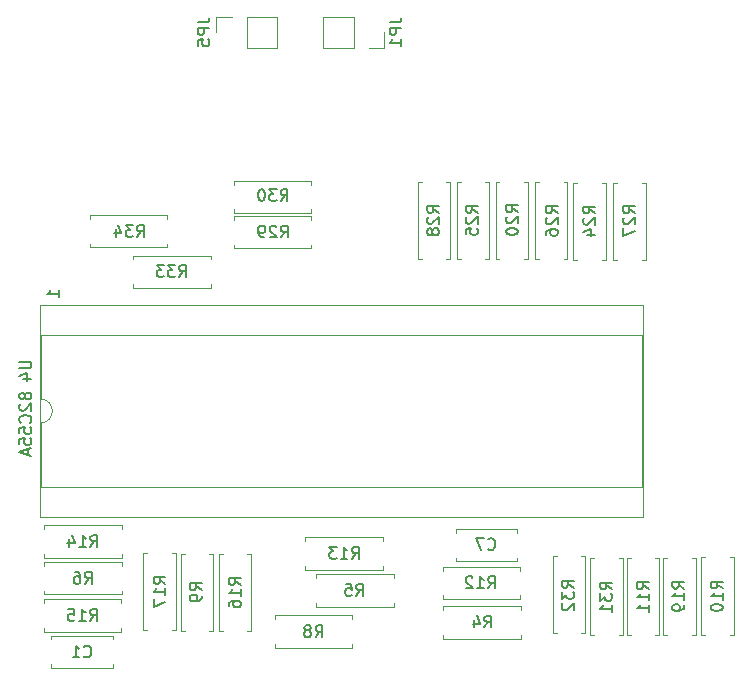
<source format=gbr>
G04 #@! TF.GenerationSoftware,KiCad,Pcbnew,(6.0.2)*
G04 #@! TF.CreationDate,2022-07-02T16:06:33-05:00*
G04 #@! TF.ProjectId,Apple2Card,4170706c-6532-4436-9172-642e6b696361,rev?*
G04 #@! TF.SameCoordinates,Original*
G04 #@! TF.FileFunction,Legend,Bot*
G04 #@! TF.FilePolarity,Positive*
%FSLAX46Y46*%
G04 Gerber Fmt 4.6, Leading zero omitted, Abs format (unit mm)*
G04 Created by KiCad (PCBNEW (6.0.2)) date 2022-07-02 16:06:33*
%MOMM*%
%LPD*%
G01*
G04 APERTURE LIST*
%ADD10C,0.150000*%
%ADD11C,0.120000*%
G04 APERTURE END LIST*
D10*
X53400952Y-59587619D02*
X53353333Y-59492380D01*
X53305714Y-59444761D01*
X53210476Y-59397142D01*
X53162857Y-59397142D01*
X53067619Y-59444761D01*
X53020000Y-59492380D01*
X52972380Y-59587619D01*
X52972380Y-59778095D01*
X53020000Y-59873333D01*
X53067619Y-59920952D01*
X53162857Y-59968571D01*
X53210476Y-59968571D01*
X53305714Y-59920952D01*
X53353333Y-59873333D01*
X53400952Y-59778095D01*
X53400952Y-59587619D01*
X53448571Y-59492380D01*
X53496190Y-59444761D01*
X53591428Y-59397142D01*
X53781904Y-59397142D01*
X53877142Y-59444761D01*
X53924761Y-59492380D01*
X53972380Y-59587619D01*
X53972380Y-59778095D01*
X53924761Y-59873333D01*
X53877142Y-59920952D01*
X53781904Y-59968571D01*
X53591428Y-59968571D01*
X53496190Y-59920952D01*
X53448571Y-59873333D01*
X53400952Y-59778095D01*
X53067619Y-60349523D02*
X53020000Y-60397142D01*
X52972380Y-60492380D01*
X52972380Y-60730476D01*
X53020000Y-60825714D01*
X53067619Y-60873333D01*
X53162857Y-60920952D01*
X53258095Y-60920952D01*
X53400952Y-60873333D01*
X53972380Y-60301904D01*
X53972380Y-60920952D01*
X53877142Y-61920952D02*
X53924761Y-61873333D01*
X53972380Y-61730476D01*
X53972380Y-61635238D01*
X53924761Y-61492380D01*
X53829523Y-61397142D01*
X53734285Y-61349523D01*
X53543809Y-61301904D01*
X53400952Y-61301904D01*
X53210476Y-61349523D01*
X53115238Y-61397142D01*
X53020000Y-61492380D01*
X52972380Y-61635238D01*
X52972380Y-61730476D01*
X53020000Y-61873333D01*
X53067619Y-61920952D01*
X52972380Y-62825714D02*
X52972380Y-62349523D01*
X53448571Y-62301904D01*
X53400952Y-62349523D01*
X53353333Y-62444761D01*
X53353333Y-62682857D01*
X53400952Y-62778095D01*
X53448571Y-62825714D01*
X53543809Y-62873333D01*
X53781904Y-62873333D01*
X53877142Y-62825714D01*
X53924761Y-62778095D01*
X53972380Y-62682857D01*
X53972380Y-62444761D01*
X53924761Y-62349523D01*
X53877142Y-62301904D01*
X52972380Y-63778095D02*
X52972380Y-63301904D01*
X53448571Y-63254285D01*
X53400952Y-63301904D01*
X53353333Y-63397142D01*
X53353333Y-63635238D01*
X53400952Y-63730476D01*
X53448571Y-63778095D01*
X53543809Y-63825714D01*
X53781904Y-63825714D01*
X53877142Y-63778095D01*
X53924761Y-63730476D01*
X53972380Y-63635238D01*
X53972380Y-63397142D01*
X53924761Y-63301904D01*
X53877142Y-63254285D01*
X53686666Y-64206666D02*
X53686666Y-64682857D01*
X53972380Y-64111428D02*
X52972380Y-64444761D01*
X53972380Y-64778095D01*
X56302380Y-51305714D02*
X56302380Y-50734285D01*
X56302380Y-51020000D02*
X55302380Y-51020000D01*
X55445238Y-50924761D01*
X55540476Y-50829523D01*
X55588095Y-50734285D01*
X68052380Y-28046666D02*
X68766666Y-28046666D01*
X68909523Y-27999047D01*
X69004761Y-27903809D01*
X69052380Y-27760952D01*
X69052380Y-27665714D01*
X69052380Y-28522857D02*
X68052380Y-28522857D01*
X68052380Y-28903809D01*
X68100000Y-28999047D01*
X68147619Y-29046666D01*
X68242857Y-29094285D01*
X68385714Y-29094285D01*
X68480952Y-29046666D01*
X68528571Y-28999047D01*
X68576190Y-28903809D01*
X68576190Y-28522857D01*
X68052380Y-29999047D02*
X68052380Y-29522857D01*
X68528571Y-29475238D01*
X68480952Y-29522857D01*
X68433333Y-29618095D01*
X68433333Y-29856190D01*
X68480952Y-29951428D01*
X68528571Y-29999047D01*
X68623809Y-30046666D01*
X68861904Y-30046666D01*
X68957142Y-29999047D01*
X69004761Y-29951428D01*
X69052380Y-29856190D01*
X69052380Y-29618095D01*
X69004761Y-29522857D01*
X68957142Y-29475238D01*
X98532380Y-44197142D02*
X98056190Y-43863809D01*
X98532380Y-43625714D02*
X97532380Y-43625714D01*
X97532380Y-44006666D01*
X97580000Y-44101904D01*
X97627619Y-44149523D01*
X97722857Y-44197142D01*
X97865714Y-44197142D01*
X97960952Y-44149523D01*
X98008571Y-44101904D01*
X98056190Y-44006666D01*
X98056190Y-43625714D01*
X97627619Y-44578095D02*
X97580000Y-44625714D01*
X97532380Y-44720952D01*
X97532380Y-44959047D01*
X97580000Y-45054285D01*
X97627619Y-45101904D01*
X97722857Y-45149523D01*
X97818095Y-45149523D01*
X97960952Y-45101904D01*
X98532380Y-44530476D01*
X98532380Y-45149523D01*
X97532380Y-46006666D02*
X97532380Y-45816190D01*
X97580000Y-45720952D01*
X97627619Y-45673333D01*
X97770476Y-45578095D01*
X97960952Y-45530476D01*
X98341904Y-45530476D01*
X98437142Y-45578095D01*
X98484761Y-45625714D01*
X98532380Y-45720952D01*
X98532380Y-45911428D01*
X98484761Y-46006666D01*
X98437142Y-46054285D01*
X98341904Y-46101904D01*
X98103809Y-46101904D01*
X98008571Y-46054285D01*
X97960952Y-46006666D01*
X97913333Y-45911428D01*
X97913333Y-45720952D01*
X97960952Y-45625714D01*
X98008571Y-45578095D01*
X98103809Y-45530476D01*
X95172380Y-44112142D02*
X94696190Y-43778809D01*
X95172380Y-43540714D02*
X94172380Y-43540714D01*
X94172380Y-43921666D01*
X94220000Y-44016904D01*
X94267619Y-44064523D01*
X94362857Y-44112142D01*
X94505714Y-44112142D01*
X94600952Y-44064523D01*
X94648571Y-44016904D01*
X94696190Y-43921666D01*
X94696190Y-43540714D01*
X94267619Y-44493095D02*
X94220000Y-44540714D01*
X94172380Y-44635952D01*
X94172380Y-44874047D01*
X94220000Y-44969285D01*
X94267619Y-45016904D01*
X94362857Y-45064523D01*
X94458095Y-45064523D01*
X94600952Y-45016904D01*
X95172380Y-44445476D01*
X95172380Y-45064523D01*
X94172380Y-45683571D02*
X94172380Y-45778809D01*
X94220000Y-45874047D01*
X94267619Y-45921666D01*
X94362857Y-45969285D01*
X94553333Y-46016904D01*
X94791428Y-46016904D01*
X94981904Y-45969285D01*
X95077142Y-45921666D01*
X95124761Y-45874047D01*
X95172380Y-45778809D01*
X95172380Y-45683571D01*
X95124761Y-45588333D01*
X95077142Y-45540714D01*
X94981904Y-45493095D01*
X94791428Y-45445476D01*
X94553333Y-45445476D01*
X94362857Y-45493095D01*
X94267619Y-45540714D01*
X94220000Y-45588333D01*
X94172380Y-45683571D01*
X68392380Y-76113333D02*
X67916190Y-75780000D01*
X68392380Y-75541904D02*
X67392380Y-75541904D01*
X67392380Y-75922857D01*
X67440000Y-76018095D01*
X67487619Y-76065714D01*
X67582857Y-76113333D01*
X67725714Y-76113333D01*
X67820952Y-76065714D01*
X67868571Y-76018095D01*
X67916190Y-75922857D01*
X67916190Y-75541904D01*
X68392380Y-76589523D02*
X68392380Y-76780000D01*
X68344761Y-76875238D01*
X68297142Y-76922857D01*
X68154285Y-77018095D01*
X67963809Y-77065714D01*
X67582857Y-77065714D01*
X67487619Y-77018095D01*
X67440000Y-76970476D01*
X67392380Y-76875238D01*
X67392380Y-76684761D01*
X67440000Y-76589523D01*
X67487619Y-76541904D01*
X67582857Y-76494285D01*
X67820952Y-76494285D01*
X67916190Y-76541904D01*
X67963809Y-76589523D01*
X68011428Y-76684761D01*
X68011428Y-76875238D01*
X67963809Y-76970476D01*
X67916190Y-77018095D01*
X67820952Y-77065714D01*
X92336666Y-79272380D02*
X92670000Y-78796190D01*
X92908095Y-79272380D02*
X92908095Y-78272380D01*
X92527142Y-78272380D01*
X92431904Y-78320000D01*
X92384285Y-78367619D01*
X92336666Y-78462857D01*
X92336666Y-78605714D01*
X92384285Y-78700952D01*
X92431904Y-78748571D01*
X92527142Y-78796190D01*
X92908095Y-78796190D01*
X91479523Y-78605714D02*
X91479523Y-79272380D01*
X91717619Y-78224761D02*
X91955714Y-78939047D01*
X91336666Y-78939047D01*
X84312380Y-28046666D02*
X85026666Y-28046666D01*
X85169523Y-27999047D01*
X85264761Y-27903809D01*
X85312380Y-27760952D01*
X85312380Y-27665714D01*
X85312380Y-28522857D02*
X84312380Y-28522857D01*
X84312380Y-28903809D01*
X84360000Y-28999047D01*
X84407619Y-29046666D01*
X84502857Y-29094285D01*
X84645714Y-29094285D01*
X84740952Y-29046666D01*
X84788571Y-28999047D01*
X84836190Y-28903809D01*
X84836190Y-28522857D01*
X85312380Y-30046666D02*
X85312380Y-29475238D01*
X85312380Y-29760952D02*
X84312380Y-29760952D01*
X84455238Y-29665714D01*
X84550476Y-29570476D01*
X84598095Y-29475238D01*
X112512380Y-75967142D02*
X112036190Y-75633809D01*
X112512380Y-75395714D02*
X111512380Y-75395714D01*
X111512380Y-75776666D01*
X111560000Y-75871904D01*
X111607619Y-75919523D01*
X111702857Y-75967142D01*
X111845714Y-75967142D01*
X111940952Y-75919523D01*
X111988571Y-75871904D01*
X112036190Y-75776666D01*
X112036190Y-75395714D01*
X112512380Y-76919523D02*
X112512380Y-76348095D01*
X112512380Y-76633809D02*
X111512380Y-76633809D01*
X111655238Y-76538571D01*
X111750476Y-76443333D01*
X111798095Y-76348095D01*
X111512380Y-77538571D02*
X111512380Y-77633809D01*
X111560000Y-77729047D01*
X111607619Y-77776666D01*
X111702857Y-77824285D01*
X111893333Y-77871904D01*
X112131428Y-77871904D01*
X112321904Y-77824285D01*
X112417142Y-77776666D01*
X112464761Y-77729047D01*
X112512380Y-77633809D01*
X112512380Y-77538571D01*
X112464761Y-77443333D01*
X112417142Y-77395714D01*
X112321904Y-77348095D01*
X112131428Y-77300476D01*
X111893333Y-77300476D01*
X111702857Y-77348095D01*
X111607619Y-77395714D01*
X111560000Y-77443333D01*
X111512380Y-77538571D01*
X109252380Y-75977142D02*
X108776190Y-75643809D01*
X109252380Y-75405714D02*
X108252380Y-75405714D01*
X108252380Y-75786666D01*
X108300000Y-75881904D01*
X108347619Y-75929523D01*
X108442857Y-75977142D01*
X108585714Y-75977142D01*
X108680952Y-75929523D01*
X108728571Y-75881904D01*
X108776190Y-75786666D01*
X108776190Y-75405714D01*
X109252380Y-76929523D02*
X109252380Y-76358095D01*
X109252380Y-76643809D02*
X108252380Y-76643809D01*
X108395238Y-76548571D01*
X108490476Y-76453333D01*
X108538095Y-76358095D01*
X109252380Y-77405714D02*
X109252380Y-77596190D01*
X109204761Y-77691428D01*
X109157142Y-77739047D01*
X109014285Y-77834285D01*
X108823809Y-77881904D01*
X108442857Y-77881904D01*
X108347619Y-77834285D01*
X108300000Y-77786666D01*
X108252380Y-77691428D01*
X108252380Y-77500952D01*
X108300000Y-77405714D01*
X108347619Y-77358095D01*
X108442857Y-77310476D01*
X108680952Y-77310476D01*
X108776190Y-77358095D01*
X108823809Y-77405714D01*
X108871428Y-77500952D01*
X108871428Y-77691428D01*
X108823809Y-77786666D01*
X108776190Y-77834285D01*
X108680952Y-77881904D01*
X88497380Y-44152142D02*
X88021190Y-43818809D01*
X88497380Y-43580714D02*
X87497380Y-43580714D01*
X87497380Y-43961666D01*
X87545000Y-44056904D01*
X87592619Y-44104523D01*
X87687857Y-44152142D01*
X87830714Y-44152142D01*
X87925952Y-44104523D01*
X87973571Y-44056904D01*
X88021190Y-43961666D01*
X88021190Y-43580714D01*
X87592619Y-44533095D02*
X87545000Y-44580714D01*
X87497380Y-44675952D01*
X87497380Y-44914047D01*
X87545000Y-45009285D01*
X87592619Y-45056904D01*
X87687857Y-45104523D01*
X87783095Y-45104523D01*
X87925952Y-45056904D01*
X88497380Y-44485476D01*
X88497380Y-45104523D01*
X87925952Y-45675952D02*
X87878333Y-45580714D01*
X87830714Y-45533095D01*
X87735476Y-45485476D01*
X87687857Y-45485476D01*
X87592619Y-45533095D01*
X87545000Y-45580714D01*
X87497380Y-45675952D01*
X87497380Y-45866428D01*
X87545000Y-45961666D01*
X87592619Y-46009285D01*
X87687857Y-46056904D01*
X87735476Y-46056904D01*
X87830714Y-46009285D01*
X87878333Y-45961666D01*
X87925952Y-45866428D01*
X87925952Y-45675952D01*
X87973571Y-45580714D01*
X88021190Y-45533095D01*
X88116428Y-45485476D01*
X88306904Y-45485476D01*
X88402142Y-45533095D01*
X88449761Y-45580714D01*
X88497380Y-45675952D01*
X88497380Y-45866428D01*
X88449761Y-45961666D01*
X88402142Y-46009285D01*
X88306904Y-46056904D01*
X88116428Y-46056904D01*
X88021190Y-46009285D01*
X87973571Y-45961666D01*
X87925952Y-45866428D01*
X71697380Y-75657142D02*
X71221190Y-75323809D01*
X71697380Y-75085714D02*
X70697380Y-75085714D01*
X70697380Y-75466666D01*
X70745000Y-75561904D01*
X70792619Y-75609523D01*
X70887857Y-75657142D01*
X71030714Y-75657142D01*
X71125952Y-75609523D01*
X71173571Y-75561904D01*
X71221190Y-75466666D01*
X71221190Y-75085714D01*
X71697380Y-76609523D02*
X71697380Y-76038095D01*
X71697380Y-76323809D02*
X70697380Y-76323809D01*
X70840238Y-76228571D01*
X70935476Y-76133333D01*
X70983095Y-76038095D01*
X70697380Y-77466666D02*
X70697380Y-77276190D01*
X70745000Y-77180952D01*
X70792619Y-77133333D01*
X70935476Y-77038095D01*
X71125952Y-76990476D01*
X71506904Y-76990476D01*
X71602142Y-77038095D01*
X71649761Y-77085714D01*
X71697380Y-77180952D01*
X71697380Y-77371428D01*
X71649761Y-77466666D01*
X71602142Y-77514285D01*
X71506904Y-77561904D01*
X71268809Y-77561904D01*
X71173571Y-77514285D01*
X71125952Y-77466666D01*
X71078333Y-77371428D01*
X71078333Y-77180952D01*
X71125952Y-77085714D01*
X71173571Y-77038095D01*
X71268809Y-76990476D01*
X105067380Y-44197142D02*
X104591190Y-43863809D01*
X105067380Y-43625714D02*
X104067380Y-43625714D01*
X104067380Y-44006666D01*
X104115000Y-44101904D01*
X104162619Y-44149523D01*
X104257857Y-44197142D01*
X104400714Y-44197142D01*
X104495952Y-44149523D01*
X104543571Y-44101904D01*
X104591190Y-44006666D01*
X104591190Y-43625714D01*
X104162619Y-44578095D02*
X104115000Y-44625714D01*
X104067380Y-44720952D01*
X104067380Y-44959047D01*
X104115000Y-45054285D01*
X104162619Y-45101904D01*
X104257857Y-45149523D01*
X104353095Y-45149523D01*
X104495952Y-45101904D01*
X105067380Y-44530476D01*
X105067380Y-45149523D01*
X104067380Y-45482857D02*
X104067380Y-46149523D01*
X105067380Y-45720952D01*
X99892380Y-75897142D02*
X99416190Y-75563809D01*
X99892380Y-75325714D02*
X98892380Y-75325714D01*
X98892380Y-75706666D01*
X98940000Y-75801904D01*
X98987619Y-75849523D01*
X99082857Y-75897142D01*
X99225714Y-75897142D01*
X99320952Y-75849523D01*
X99368571Y-75801904D01*
X99416190Y-75706666D01*
X99416190Y-75325714D01*
X98892380Y-76230476D02*
X98892380Y-76849523D01*
X99273333Y-76516190D01*
X99273333Y-76659047D01*
X99320952Y-76754285D01*
X99368571Y-76801904D01*
X99463809Y-76849523D01*
X99701904Y-76849523D01*
X99797142Y-76801904D01*
X99844761Y-76754285D01*
X99892380Y-76659047D01*
X99892380Y-76373333D01*
X99844761Y-76278095D01*
X99797142Y-76230476D01*
X98987619Y-77230476D02*
X98940000Y-77278095D01*
X98892380Y-77373333D01*
X98892380Y-77611428D01*
X98940000Y-77706666D01*
X98987619Y-77754285D01*
X99082857Y-77801904D01*
X99178095Y-77801904D01*
X99320952Y-77754285D01*
X99892380Y-77182857D01*
X99892380Y-77801904D01*
X62912857Y-46202380D02*
X63246190Y-45726190D01*
X63484285Y-46202380D02*
X63484285Y-45202380D01*
X63103333Y-45202380D01*
X63008095Y-45250000D01*
X62960476Y-45297619D01*
X62912857Y-45392857D01*
X62912857Y-45535714D01*
X62960476Y-45630952D01*
X63008095Y-45678571D01*
X63103333Y-45726190D01*
X63484285Y-45726190D01*
X62579523Y-45202380D02*
X61960476Y-45202380D01*
X62293809Y-45583333D01*
X62150952Y-45583333D01*
X62055714Y-45630952D01*
X62008095Y-45678571D01*
X61960476Y-45773809D01*
X61960476Y-46011904D01*
X62008095Y-46107142D01*
X62055714Y-46154761D01*
X62150952Y-46202380D01*
X62436666Y-46202380D01*
X62531904Y-46154761D01*
X62579523Y-46107142D01*
X61103333Y-45535714D02*
X61103333Y-46202380D01*
X61341428Y-45154761D02*
X61579523Y-45869047D01*
X60960476Y-45869047D01*
X58416666Y-81707142D02*
X58464285Y-81754761D01*
X58607142Y-81802380D01*
X58702380Y-81802380D01*
X58845238Y-81754761D01*
X58940476Y-81659523D01*
X58988095Y-81564285D01*
X59035714Y-81373809D01*
X59035714Y-81230952D01*
X58988095Y-81040476D01*
X58940476Y-80945238D01*
X58845238Y-80850000D01*
X58702380Y-80802380D01*
X58607142Y-80802380D01*
X58464285Y-80850000D01*
X58416666Y-80897619D01*
X57464285Y-81802380D02*
X58035714Y-81802380D01*
X57750000Y-81802380D02*
X57750000Y-80802380D01*
X57845238Y-80945238D01*
X57940476Y-81040476D01*
X58035714Y-81088095D01*
X106242380Y-76027142D02*
X105766190Y-75693809D01*
X106242380Y-75455714D02*
X105242380Y-75455714D01*
X105242380Y-75836666D01*
X105290000Y-75931904D01*
X105337619Y-75979523D01*
X105432857Y-76027142D01*
X105575714Y-76027142D01*
X105670952Y-75979523D01*
X105718571Y-75931904D01*
X105766190Y-75836666D01*
X105766190Y-75455714D01*
X106242380Y-76979523D02*
X106242380Y-76408095D01*
X106242380Y-76693809D02*
X105242380Y-76693809D01*
X105385238Y-76598571D01*
X105480476Y-76503333D01*
X105528095Y-76408095D01*
X106242380Y-77931904D02*
X106242380Y-77360476D01*
X106242380Y-77646190D02*
X105242380Y-77646190D01*
X105385238Y-77550952D01*
X105480476Y-77455714D01*
X105528095Y-77360476D01*
X66492857Y-49602380D02*
X66826190Y-49126190D01*
X67064285Y-49602380D02*
X67064285Y-48602380D01*
X66683333Y-48602380D01*
X66588095Y-48650000D01*
X66540476Y-48697619D01*
X66492857Y-48792857D01*
X66492857Y-48935714D01*
X66540476Y-49030952D01*
X66588095Y-49078571D01*
X66683333Y-49126190D01*
X67064285Y-49126190D01*
X66159523Y-48602380D02*
X65540476Y-48602380D01*
X65873809Y-48983333D01*
X65730952Y-48983333D01*
X65635714Y-49030952D01*
X65588095Y-49078571D01*
X65540476Y-49173809D01*
X65540476Y-49411904D01*
X65588095Y-49507142D01*
X65635714Y-49554761D01*
X65730952Y-49602380D01*
X66016666Y-49602380D01*
X66111904Y-49554761D01*
X66159523Y-49507142D01*
X65207142Y-48602380D02*
X64588095Y-48602380D01*
X64921428Y-48983333D01*
X64778571Y-48983333D01*
X64683333Y-49030952D01*
X64635714Y-49078571D01*
X64588095Y-49173809D01*
X64588095Y-49411904D01*
X64635714Y-49507142D01*
X64683333Y-49554761D01*
X64778571Y-49602380D01*
X65064285Y-49602380D01*
X65159523Y-49554761D01*
X65207142Y-49507142D01*
X78036666Y-80092380D02*
X78370000Y-79616190D01*
X78608095Y-80092380D02*
X78608095Y-79092380D01*
X78227142Y-79092380D01*
X78131904Y-79140000D01*
X78084285Y-79187619D01*
X78036666Y-79282857D01*
X78036666Y-79425714D01*
X78084285Y-79520952D01*
X78131904Y-79568571D01*
X78227142Y-79616190D01*
X78608095Y-79616190D01*
X77465238Y-79520952D02*
X77560476Y-79473333D01*
X77608095Y-79425714D01*
X77655714Y-79330476D01*
X77655714Y-79282857D01*
X77608095Y-79187619D01*
X77560476Y-79140000D01*
X77465238Y-79092380D01*
X77274761Y-79092380D01*
X77179523Y-79140000D01*
X77131904Y-79187619D01*
X77084285Y-79282857D01*
X77084285Y-79330476D01*
X77131904Y-79425714D01*
X77179523Y-79473333D01*
X77274761Y-79520952D01*
X77465238Y-79520952D01*
X77560476Y-79568571D01*
X77608095Y-79616190D01*
X77655714Y-79711428D01*
X77655714Y-79901904D01*
X77608095Y-79997142D01*
X77560476Y-80044761D01*
X77465238Y-80092380D01*
X77274761Y-80092380D01*
X77179523Y-80044761D01*
X77131904Y-79997142D01*
X77084285Y-79901904D01*
X77084285Y-79711428D01*
X77131904Y-79616190D01*
X77179523Y-79568571D01*
X77274761Y-79520952D01*
X58506666Y-75562380D02*
X58840000Y-75086190D01*
X59078095Y-75562380D02*
X59078095Y-74562380D01*
X58697142Y-74562380D01*
X58601904Y-74610000D01*
X58554285Y-74657619D01*
X58506666Y-74752857D01*
X58506666Y-74895714D01*
X58554285Y-74990952D01*
X58601904Y-75038571D01*
X58697142Y-75086190D01*
X59078095Y-75086190D01*
X57649523Y-74562380D02*
X57840000Y-74562380D01*
X57935238Y-74610000D01*
X57982857Y-74657619D01*
X58078095Y-74800476D01*
X58125714Y-74990952D01*
X58125714Y-75371904D01*
X58078095Y-75467142D01*
X58030476Y-75514761D01*
X57935238Y-75562380D01*
X57744761Y-75562380D01*
X57649523Y-75514761D01*
X57601904Y-75467142D01*
X57554285Y-75371904D01*
X57554285Y-75133809D01*
X57601904Y-75038571D01*
X57649523Y-74990952D01*
X57744761Y-74943333D01*
X57935238Y-74943333D01*
X58030476Y-74990952D01*
X58078095Y-75038571D01*
X58125714Y-75133809D01*
X52963380Y-56757095D02*
X53772904Y-56757095D01*
X53868142Y-56804714D01*
X53915761Y-56852333D01*
X53963380Y-56947571D01*
X53963380Y-57138047D01*
X53915761Y-57233285D01*
X53868142Y-57280904D01*
X53772904Y-57328523D01*
X52963380Y-57328523D01*
X53296714Y-58233285D02*
X53963380Y-58233285D01*
X52915761Y-57995190D02*
X53630047Y-57757095D01*
X53630047Y-58376142D01*
X58952857Y-78712380D02*
X59286190Y-78236190D01*
X59524285Y-78712380D02*
X59524285Y-77712380D01*
X59143333Y-77712380D01*
X59048095Y-77760000D01*
X59000476Y-77807619D01*
X58952857Y-77902857D01*
X58952857Y-78045714D01*
X59000476Y-78140952D01*
X59048095Y-78188571D01*
X59143333Y-78236190D01*
X59524285Y-78236190D01*
X58000476Y-78712380D02*
X58571904Y-78712380D01*
X58286190Y-78712380D02*
X58286190Y-77712380D01*
X58381428Y-77855238D01*
X58476666Y-77950476D01*
X58571904Y-77998095D01*
X57095714Y-77712380D02*
X57571904Y-77712380D01*
X57619523Y-78188571D01*
X57571904Y-78140952D01*
X57476666Y-78093333D01*
X57238571Y-78093333D01*
X57143333Y-78140952D01*
X57095714Y-78188571D01*
X57048095Y-78283809D01*
X57048095Y-78521904D01*
X57095714Y-78617142D01*
X57143333Y-78664761D01*
X57238571Y-78712380D01*
X57476666Y-78712380D01*
X57571904Y-78664761D01*
X57619523Y-78617142D01*
X81506666Y-76582380D02*
X81840000Y-76106190D01*
X82078095Y-76582380D02*
X82078095Y-75582380D01*
X81697142Y-75582380D01*
X81601904Y-75630000D01*
X81554285Y-75677619D01*
X81506666Y-75772857D01*
X81506666Y-75915714D01*
X81554285Y-76010952D01*
X81601904Y-76058571D01*
X81697142Y-76106190D01*
X82078095Y-76106190D01*
X80601904Y-75582380D02*
X81078095Y-75582380D01*
X81125714Y-76058571D01*
X81078095Y-76010952D01*
X80982857Y-75963333D01*
X80744761Y-75963333D01*
X80649523Y-76010952D01*
X80601904Y-76058571D01*
X80554285Y-76153809D01*
X80554285Y-76391904D01*
X80601904Y-76487142D01*
X80649523Y-76534761D01*
X80744761Y-76582380D01*
X80982857Y-76582380D01*
X81078095Y-76534761D01*
X81125714Y-76487142D01*
X65332380Y-75577142D02*
X64856190Y-75243809D01*
X65332380Y-75005714D02*
X64332380Y-75005714D01*
X64332380Y-75386666D01*
X64380000Y-75481904D01*
X64427619Y-75529523D01*
X64522857Y-75577142D01*
X64665714Y-75577142D01*
X64760952Y-75529523D01*
X64808571Y-75481904D01*
X64856190Y-75386666D01*
X64856190Y-75005714D01*
X65332380Y-76529523D02*
X65332380Y-75958095D01*
X65332380Y-76243809D02*
X64332380Y-76243809D01*
X64475238Y-76148571D01*
X64570476Y-76053333D01*
X64618095Y-75958095D01*
X64332380Y-76862857D02*
X64332380Y-77529523D01*
X65332380Y-77100952D01*
X81122857Y-73452380D02*
X81456190Y-72976190D01*
X81694285Y-73452380D02*
X81694285Y-72452380D01*
X81313333Y-72452380D01*
X81218095Y-72500000D01*
X81170476Y-72547619D01*
X81122857Y-72642857D01*
X81122857Y-72785714D01*
X81170476Y-72880952D01*
X81218095Y-72928571D01*
X81313333Y-72976190D01*
X81694285Y-72976190D01*
X80170476Y-73452380D02*
X80741904Y-73452380D01*
X80456190Y-73452380D02*
X80456190Y-72452380D01*
X80551428Y-72595238D01*
X80646666Y-72690476D01*
X80741904Y-72738095D01*
X79837142Y-72452380D02*
X79218095Y-72452380D01*
X79551428Y-72833333D01*
X79408571Y-72833333D01*
X79313333Y-72880952D01*
X79265714Y-72928571D01*
X79218095Y-73023809D01*
X79218095Y-73261904D01*
X79265714Y-73357142D01*
X79313333Y-73404761D01*
X79408571Y-73452380D01*
X79694285Y-73452380D01*
X79789523Y-73404761D01*
X79837142Y-73357142D01*
X58982857Y-72462380D02*
X59316190Y-71986190D01*
X59554285Y-72462380D02*
X59554285Y-71462380D01*
X59173333Y-71462380D01*
X59078095Y-71510000D01*
X59030476Y-71557619D01*
X58982857Y-71652857D01*
X58982857Y-71795714D01*
X59030476Y-71890952D01*
X59078095Y-71938571D01*
X59173333Y-71986190D01*
X59554285Y-71986190D01*
X58030476Y-72462380D02*
X58601904Y-72462380D01*
X58316190Y-72462380D02*
X58316190Y-71462380D01*
X58411428Y-71605238D01*
X58506666Y-71700476D01*
X58601904Y-71748095D01*
X57173333Y-71795714D02*
X57173333Y-72462380D01*
X57411428Y-71414761D02*
X57649523Y-72129047D01*
X57030476Y-72129047D01*
X75102857Y-46252380D02*
X75436190Y-45776190D01*
X75674285Y-46252380D02*
X75674285Y-45252380D01*
X75293333Y-45252380D01*
X75198095Y-45300000D01*
X75150476Y-45347619D01*
X75102857Y-45442857D01*
X75102857Y-45585714D01*
X75150476Y-45680952D01*
X75198095Y-45728571D01*
X75293333Y-45776190D01*
X75674285Y-45776190D01*
X74721904Y-45347619D02*
X74674285Y-45300000D01*
X74579047Y-45252380D01*
X74340952Y-45252380D01*
X74245714Y-45300000D01*
X74198095Y-45347619D01*
X74150476Y-45442857D01*
X74150476Y-45538095D01*
X74198095Y-45680952D01*
X74769523Y-46252380D01*
X74150476Y-46252380D01*
X73674285Y-46252380D02*
X73483809Y-46252380D01*
X73388571Y-46204761D01*
X73340952Y-46157142D01*
X73245714Y-46014285D01*
X73198095Y-45823809D01*
X73198095Y-45442857D01*
X73245714Y-45347619D01*
X73293333Y-45300000D01*
X73388571Y-45252380D01*
X73579047Y-45252380D01*
X73674285Y-45300000D01*
X73721904Y-45347619D01*
X73769523Y-45442857D01*
X73769523Y-45680952D01*
X73721904Y-45776190D01*
X73674285Y-45823809D01*
X73579047Y-45871428D01*
X73388571Y-45871428D01*
X73293333Y-45823809D01*
X73245714Y-45776190D01*
X73198095Y-45680952D01*
X92642857Y-75952380D02*
X92976190Y-75476190D01*
X93214285Y-75952380D02*
X93214285Y-74952380D01*
X92833333Y-74952380D01*
X92738095Y-75000000D01*
X92690476Y-75047619D01*
X92642857Y-75142857D01*
X92642857Y-75285714D01*
X92690476Y-75380952D01*
X92738095Y-75428571D01*
X92833333Y-75476190D01*
X93214285Y-75476190D01*
X91690476Y-75952380D02*
X92261904Y-75952380D01*
X91976190Y-75952380D02*
X91976190Y-74952380D01*
X92071428Y-75095238D01*
X92166666Y-75190476D01*
X92261904Y-75238095D01*
X91309523Y-75047619D02*
X91261904Y-75000000D01*
X91166666Y-74952380D01*
X90928571Y-74952380D01*
X90833333Y-75000000D01*
X90785714Y-75047619D01*
X90738095Y-75142857D01*
X90738095Y-75238095D01*
X90785714Y-75380952D01*
X91357142Y-75952380D01*
X90738095Y-75952380D01*
X91767380Y-44142142D02*
X91291190Y-43808809D01*
X91767380Y-43570714D02*
X90767380Y-43570714D01*
X90767380Y-43951666D01*
X90815000Y-44046904D01*
X90862619Y-44094523D01*
X90957857Y-44142142D01*
X91100714Y-44142142D01*
X91195952Y-44094523D01*
X91243571Y-44046904D01*
X91291190Y-43951666D01*
X91291190Y-43570714D01*
X90862619Y-44523095D02*
X90815000Y-44570714D01*
X90767380Y-44665952D01*
X90767380Y-44904047D01*
X90815000Y-44999285D01*
X90862619Y-45046904D01*
X90957857Y-45094523D01*
X91053095Y-45094523D01*
X91195952Y-45046904D01*
X91767380Y-44475476D01*
X91767380Y-45094523D01*
X90767380Y-45999285D02*
X90767380Y-45523095D01*
X91243571Y-45475476D01*
X91195952Y-45523095D01*
X91148333Y-45618333D01*
X91148333Y-45856428D01*
X91195952Y-45951666D01*
X91243571Y-45999285D01*
X91338809Y-46046904D01*
X91576904Y-46046904D01*
X91672142Y-45999285D01*
X91719761Y-45951666D01*
X91767380Y-45856428D01*
X91767380Y-45618333D01*
X91719761Y-45523095D01*
X91672142Y-45475476D01*
X101707380Y-44212142D02*
X101231190Y-43878809D01*
X101707380Y-43640714D02*
X100707380Y-43640714D01*
X100707380Y-44021666D01*
X100755000Y-44116904D01*
X100802619Y-44164523D01*
X100897857Y-44212142D01*
X101040714Y-44212142D01*
X101135952Y-44164523D01*
X101183571Y-44116904D01*
X101231190Y-44021666D01*
X101231190Y-43640714D01*
X100802619Y-44593095D02*
X100755000Y-44640714D01*
X100707380Y-44735952D01*
X100707380Y-44974047D01*
X100755000Y-45069285D01*
X100802619Y-45116904D01*
X100897857Y-45164523D01*
X100993095Y-45164523D01*
X101135952Y-45116904D01*
X101707380Y-44545476D01*
X101707380Y-45164523D01*
X101040714Y-46021666D02*
X101707380Y-46021666D01*
X100659761Y-45783571D02*
X101374047Y-45545476D01*
X101374047Y-46164523D01*
X75082857Y-43162380D02*
X75416190Y-42686190D01*
X75654285Y-43162380D02*
X75654285Y-42162380D01*
X75273333Y-42162380D01*
X75178095Y-42210000D01*
X75130476Y-42257619D01*
X75082857Y-42352857D01*
X75082857Y-42495714D01*
X75130476Y-42590952D01*
X75178095Y-42638571D01*
X75273333Y-42686190D01*
X75654285Y-42686190D01*
X74749523Y-42162380D02*
X74130476Y-42162380D01*
X74463809Y-42543333D01*
X74320952Y-42543333D01*
X74225714Y-42590952D01*
X74178095Y-42638571D01*
X74130476Y-42733809D01*
X74130476Y-42971904D01*
X74178095Y-43067142D01*
X74225714Y-43114761D01*
X74320952Y-43162380D01*
X74606666Y-43162380D01*
X74701904Y-43114761D01*
X74749523Y-43067142D01*
X73511428Y-42162380D02*
X73416190Y-42162380D01*
X73320952Y-42210000D01*
X73273333Y-42257619D01*
X73225714Y-42352857D01*
X73178095Y-42543333D01*
X73178095Y-42781428D01*
X73225714Y-42971904D01*
X73273333Y-43067142D01*
X73320952Y-43114761D01*
X73416190Y-43162380D01*
X73511428Y-43162380D01*
X73606666Y-43114761D01*
X73654285Y-43067142D01*
X73701904Y-42971904D01*
X73749523Y-42781428D01*
X73749523Y-42543333D01*
X73701904Y-42352857D01*
X73654285Y-42257619D01*
X73606666Y-42210000D01*
X73511428Y-42162380D01*
X92636666Y-72627142D02*
X92684285Y-72674761D01*
X92827142Y-72722380D01*
X92922380Y-72722380D01*
X93065238Y-72674761D01*
X93160476Y-72579523D01*
X93208095Y-72484285D01*
X93255714Y-72293809D01*
X93255714Y-72150952D01*
X93208095Y-71960476D01*
X93160476Y-71865238D01*
X93065238Y-71770000D01*
X92922380Y-71722380D01*
X92827142Y-71722380D01*
X92684285Y-71770000D01*
X92636666Y-71817619D01*
X92303333Y-71722380D02*
X91636666Y-71722380D01*
X92065238Y-72722380D01*
X103132380Y-76047142D02*
X102656190Y-75713809D01*
X103132380Y-75475714D02*
X102132380Y-75475714D01*
X102132380Y-75856666D01*
X102180000Y-75951904D01*
X102227619Y-75999523D01*
X102322857Y-76047142D01*
X102465714Y-76047142D01*
X102560952Y-75999523D01*
X102608571Y-75951904D01*
X102656190Y-75856666D01*
X102656190Y-75475714D01*
X102132380Y-76380476D02*
X102132380Y-76999523D01*
X102513333Y-76666190D01*
X102513333Y-76809047D01*
X102560952Y-76904285D01*
X102608571Y-76951904D01*
X102703809Y-76999523D01*
X102941904Y-76999523D01*
X103037142Y-76951904D01*
X103084761Y-76904285D01*
X103132380Y-76809047D01*
X103132380Y-76523333D01*
X103084761Y-76428095D01*
X103037142Y-76380476D01*
X103132380Y-77951904D02*
X103132380Y-77380476D01*
X103132380Y-77666190D02*
X102132380Y-77666190D01*
X102275238Y-77570952D01*
X102370476Y-77475714D01*
X102418095Y-77380476D01*
D11*
X72200000Y-27550000D02*
X72200000Y-30210000D01*
X74800000Y-27550000D02*
X74800000Y-30210000D01*
X72200000Y-27550000D02*
X74800000Y-27550000D01*
X72200000Y-30210000D02*
X74800000Y-30210000D01*
X70930000Y-27550000D02*
X69600000Y-27550000D01*
X69600000Y-27550000D02*
X69600000Y-28880000D01*
X96960000Y-48110000D02*
X96630000Y-48110000D01*
X99370000Y-41570000D02*
X99040000Y-41570000D01*
X96630000Y-48110000D02*
X96630000Y-41570000D01*
X96630000Y-41570000D02*
X96960000Y-41570000D01*
X99370000Y-48110000D02*
X99370000Y-41570000D01*
X99040000Y-48110000D02*
X99370000Y-48110000D01*
X93280000Y-48085000D02*
X93280000Y-41545000D01*
X95690000Y-48085000D02*
X96020000Y-48085000D01*
X93280000Y-41545000D02*
X93610000Y-41545000D01*
X96020000Y-48085000D02*
X96020000Y-41545000D01*
X93610000Y-48085000D02*
X93280000Y-48085000D01*
X96020000Y-41545000D02*
X95690000Y-41545000D01*
X66630000Y-73040000D02*
X66960000Y-73040000D01*
X69040000Y-79580000D02*
X69370000Y-79580000D01*
X69370000Y-79580000D02*
X69370000Y-73040000D01*
X66630000Y-79580000D02*
X66630000Y-73040000D01*
X66960000Y-79580000D02*
X66630000Y-79580000D01*
X69370000Y-73040000D02*
X69040000Y-73040000D01*
X95400000Y-79900000D02*
X95400000Y-80230000D01*
X95400000Y-77490000D02*
X88860000Y-77490000D01*
X88860000Y-77490000D02*
X88860000Y-77820000D01*
X95400000Y-77820000D02*
X95400000Y-77490000D01*
X88860000Y-80230000D02*
X88860000Y-79900000D01*
X95400000Y-80230000D02*
X88860000Y-80230000D01*
X81260000Y-30210000D02*
X78660000Y-30210000D01*
X83860000Y-30210000D02*
X83860000Y-28880000D01*
X81260000Y-27550000D02*
X78660000Y-27550000D01*
X82530000Y-30210000D02*
X83860000Y-30210000D01*
X78660000Y-30210000D02*
X78660000Y-27550000D01*
X81260000Y-30210000D02*
X81260000Y-27550000D01*
X113440000Y-79870000D02*
X113440000Y-73330000D01*
X110700000Y-79870000D02*
X110700000Y-73330000D01*
X111030000Y-79870000D02*
X110700000Y-79870000D01*
X113110000Y-79870000D02*
X113440000Y-79870000D01*
X113440000Y-73330000D02*
X113110000Y-73330000D01*
X110700000Y-73330000D02*
X111030000Y-73330000D01*
X110230000Y-79890000D02*
X110230000Y-73350000D01*
X109900000Y-79890000D02*
X110230000Y-79890000D01*
X107820000Y-79890000D02*
X107490000Y-79890000D01*
X110230000Y-73350000D02*
X109900000Y-73350000D01*
X107490000Y-79890000D02*
X107490000Y-73350000D01*
X107490000Y-73350000D02*
X107820000Y-73350000D01*
X89445000Y-48095000D02*
X89445000Y-41555000D01*
X89445000Y-41555000D02*
X89115000Y-41555000D01*
X86705000Y-41555000D02*
X87035000Y-41555000D01*
X86705000Y-48095000D02*
X86705000Y-41555000D01*
X87035000Y-48095000D02*
X86705000Y-48095000D01*
X89115000Y-48095000D02*
X89445000Y-48095000D01*
X72595000Y-79580000D02*
X72595000Y-73040000D01*
X72265000Y-79580000D02*
X72595000Y-79580000D01*
X72595000Y-73040000D02*
X72265000Y-73040000D01*
X69855000Y-79580000D02*
X69855000Y-73040000D01*
X69855000Y-73040000D02*
X70185000Y-73040000D01*
X70185000Y-79580000D02*
X69855000Y-79580000D01*
X103255000Y-41620000D02*
X103585000Y-41620000D01*
X105995000Y-41620000D02*
X105665000Y-41620000D01*
X103585000Y-48160000D02*
X103255000Y-48160000D01*
X103255000Y-48160000D02*
X103255000Y-41620000D01*
X105665000Y-48160000D02*
X105995000Y-48160000D01*
X105995000Y-48160000D02*
X105995000Y-41620000D01*
X98460000Y-73210000D02*
X98130000Y-73210000D01*
X100540000Y-73210000D02*
X100870000Y-73210000D01*
X100870000Y-73210000D02*
X100870000Y-79750000D01*
X98130000Y-73210000D02*
X98130000Y-79750000D01*
X100870000Y-79750000D02*
X100540000Y-79750000D01*
X98130000Y-79750000D02*
X98460000Y-79750000D01*
X65490000Y-47100000D02*
X65490000Y-46770000D01*
X58950000Y-46770000D02*
X58950000Y-47100000D01*
X58950000Y-44690000D02*
X58950000Y-44360000D01*
X58950000Y-44360000D02*
X65490000Y-44360000D01*
X65490000Y-44360000D02*
X65490000Y-44690000D01*
X58950000Y-47100000D02*
X65490000Y-47100000D01*
X60890000Y-79960000D02*
X55650000Y-79960000D01*
X55650000Y-82385000D02*
X55650000Y-82700000D01*
X60890000Y-79960000D02*
X60890000Y-80275000D01*
X60890000Y-82385000D02*
X60890000Y-82700000D01*
X60890000Y-82700000D02*
X55650000Y-82700000D01*
X55650000Y-79960000D02*
X55650000Y-80275000D01*
X107140000Y-79890000D02*
X107140000Y-73350000D01*
X106810000Y-79890000D02*
X107140000Y-79890000D01*
X104400000Y-73350000D02*
X104730000Y-73350000D01*
X104400000Y-79890000D02*
X104400000Y-73350000D01*
X104730000Y-79890000D02*
X104400000Y-79890000D01*
X107140000Y-73350000D02*
X106810000Y-73350000D01*
X69160000Y-50520000D02*
X69160000Y-50190000D01*
X62620000Y-48110000D02*
X62620000Y-47780000D01*
X62620000Y-47780000D02*
X69160000Y-47780000D01*
X62620000Y-50520000D02*
X69160000Y-50520000D01*
X69160000Y-47780000D02*
X69160000Y-48110000D01*
X62620000Y-50190000D02*
X62620000Y-50520000D01*
X81130000Y-78560000D02*
X81130000Y-78230000D01*
X74590000Y-78230000D02*
X74590000Y-78560000D01*
X81130000Y-78230000D02*
X74590000Y-78230000D01*
X81130000Y-80970000D02*
X74590000Y-80970000D01*
X74590000Y-80970000D02*
X74590000Y-80640000D01*
X81130000Y-80640000D02*
X81130000Y-80970000D01*
X61630000Y-76150000D02*
X61630000Y-76480000D01*
X61630000Y-73740000D02*
X55090000Y-73740000D01*
X61630000Y-74070000D02*
X61630000Y-73740000D01*
X61630000Y-76480000D02*
X55090000Y-76480000D01*
X55090000Y-76480000D02*
X55090000Y-76150000D01*
X55090000Y-73740000D02*
X55090000Y-74070000D01*
X54695000Y-69895000D02*
X54695000Y-51995000D01*
X54755000Y-67405000D02*
X54755000Y-61945000D01*
X105675000Y-67405000D02*
X54755000Y-67405000D01*
X105735000Y-69895000D02*
X54695000Y-69895000D01*
X54755000Y-54485000D02*
X105675000Y-54485000D01*
X54755000Y-59945000D02*
X54755000Y-54485000D01*
X54695000Y-51995000D02*
X105735000Y-51995000D01*
X105675000Y-54485000D02*
X105675000Y-67405000D01*
X105735000Y-51995000D02*
X105735000Y-69895000D01*
X54755000Y-61945000D02*
G75*
G03*
X54755000Y-59945000I0J1000000D01*
G01*
X61570000Y-77230000D02*
X61570000Y-76900000D01*
X55030000Y-76900000D02*
X55030000Y-77230000D01*
X61570000Y-79310000D02*
X61570000Y-79640000D01*
X55030000Y-79640000D02*
X55030000Y-79310000D01*
X61570000Y-79640000D02*
X55030000Y-79640000D01*
X61570000Y-76900000D02*
X55030000Y-76900000D01*
X78100000Y-77500000D02*
X78100000Y-77170000D01*
X84640000Y-74760000D02*
X78100000Y-74760000D01*
X84640000Y-75090000D02*
X84640000Y-74760000D01*
X78100000Y-74760000D02*
X78100000Y-75090000D01*
X84640000Y-77170000D02*
X84640000Y-77500000D01*
X84640000Y-77500000D02*
X78100000Y-77500000D01*
X66200000Y-79510000D02*
X66200000Y-72970000D01*
X63790000Y-79510000D02*
X63460000Y-79510000D01*
X63460000Y-72970000D02*
X63790000Y-72970000D01*
X63460000Y-79510000D02*
X63460000Y-72970000D01*
X65870000Y-79510000D02*
X66200000Y-79510000D01*
X66200000Y-72970000D02*
X65870000Y-72970000D01*
X77180000Y-74370000D02*
X77180000Y-74040000D01*
X83720000Y-71960000D02*
X83720000Y-71630000D01*
X77180000Y-71630000D02*
X77180000Y-71960000D01*
X83720000Y-74370000D02*
X77180000Y-74370000D01*
X83720000Y-71630000D02*
X77180000Y-71630000D01*
X83720000Y-74040000D02*
X83720000Y-74370000D01*
X55080000Y-70620000D02*
X55080000Y-70950000D01*
X61620000Y-70950000D02*
X61620000Y-70620000D01*
X55080000Y-73360000D02*
X55080000Y-73030000D01*
X61620000Y-70620000D02*
X55080000Y-70620000D01*
X61620000Y-73030000D02*
X61620000Y-73360000D01*
X61620000Y-73360000D02*
X55080000Y-73360000D01*
X77690000Y-47180000D02*
X77690000Y-46850000D01*
X71150000Y-44440000D02*
X77690000Y-44440000D01*
X71150000Y-47180000D02*
X77690000Y-47180000D01*
X77690000Y-44440000D02*
X77690000Y-44770000D01*
X71150000Y-46850000D02*
X71150000Y-47180000D01*
X71150000Y-44770000D02*
X71150000Y-44440000D01*
X88820000Y-76880000D02*
X88820000Y-76550000D01*
X95360000Y-74140000D02*
X88820000Y-74140000D01*
X95360000Y-76880000D02*
X88820000Y-76880000D01*
X95360000Y-74470000D02*
X95360000Y-74140000D01*
X95360000Y-76550000D02*
X95360000Y-76880000D01*
X88820000Y-74140000D02*
X88820000Y-74470000D01*
X92745000Y-48095000D02*
X92745000Y-41555000D01*
X90335000Y-48095000D02*
X90005000Y-48095000D01*
X90005000Y-41555000D02*
X90335000Y-41555000D01*
X90005000Y-48095000D02*
X90005000Y-41555000D01*
X92745000Y-41555000D02*
X92415000Y-41555000D01*
X92415000Y-48095000D02*
X92745000Y-48095000D01*
X99855000Y-41645000D02*
X100185000Y-41645000D01*
X102265000Y-48185000D02*
X102595000Y-48185000D01*
X99855000Y-48185000D02*
X99855000Y-41645000D01*
X102595000Y-41645000D02*
X102265000Y-41645000D01*
X102595000Y-48185000D02*
X102595000Y-41645000D01*
X100185000Y-48185000D02*
X99855000Y-48185000D01*
X71110000Y-41770000D02*
X71110000Y-41440000D01*
X71110000Y-44180000D02*
X77650000Y-44180000D01*
X77650000Y-44180000D02*
X77650000Y-43850000D01*
X71110000Y-41440000D02*
X77650000Y-41440000D01*
X77650000Y-41440000D02*
X77650000Y-41770000D01*
X71110000Y-43850000D02*
X71110000Y-44180000D01*
X89890000Y-70940000D02*
X95130000Y-70940000D01*
X89890000Y-73680000D02*
X89890000Y-73365000D01*
X89890000Y-71255000D02*
X89890000Y-70940000D01*
X95130000Y-71255000D02*
X95130000Y-70940000D01*
X89890000Y-73680000D02*
X95130000Y-73680000D01*
X95130000Y-73680000D02*
X95130000Y-73365000D01*
X101310000Y-73350000D02*
X101310000Y-79890000D01*
X103720000Y-73350000D02*
X104050000Y-73350000D01*
X104050000Y-79890000D02*
X103720000Y-79890000D01*
X101640000Y-73350000D02*
X101310000Y-73350000D01*
X101310000Y-79890000D02*
X101640000Y-79890000D01*
X104050000Y-73350000D02*
X104050000Y-79890000D01*
M02*

</source>
